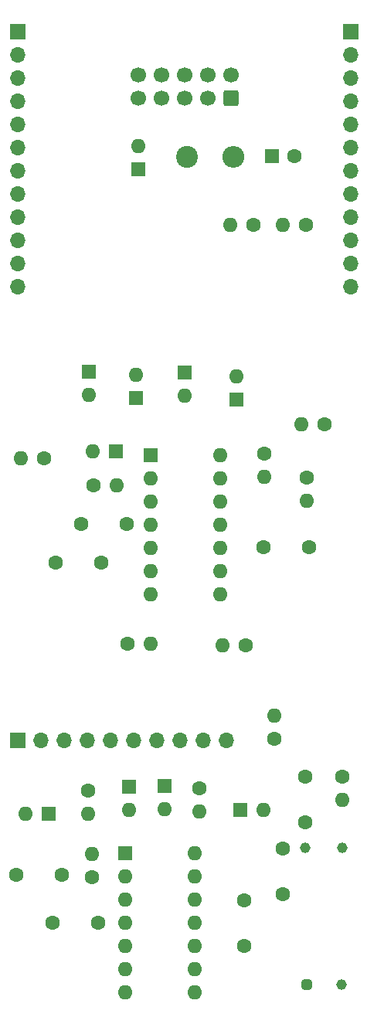
<source format=gbr>
%TF.GenerationSoftware,KiCad,Pcbnew,7.0.1-0*%
%TF.CreationDate,2023-11-10T19:29:42+13:00*%
%TF.ProjectId,Punkys-new-brew_main,50756e6b-7973-42d6-9e65-772d62726577,003*%
%TF.SameCoordinates,Original*%
%TF.FileFunction,Soldermask,Top*%
%TF.FilePolarity,Negative*%
%FSLAX46Y46*%
G04 Gerber Fmt 4.6, Leading zero omitted, Abs format (unit mm)*
G04 Created by KiCad (PCBNEW 7.0.1-0) date 2023-11-10 19:29:42*
%MOMM*%
%LPD*%
G01*
G04 APERTURE LIST*
G04 Aperture macros list*
%AMRoundRect*
0 Rectangle with rounded corners*
0 $1 Rounding radius*
0 $2 $3 $4 $5 $6 $7 $8 $9 X,Y pos of 4 corners*
0 Add a 4 corners polygon primitive as box body*
4,1,4,$2,$3,$4,$5,$6,$7,$8,$9,$2,$3,0*
0 Add four circle primitives for the rounded corners*
1,1,$1+$1,$2,$3*
1,1,$1+$1,$4,$5*
1,1,$1+$1,$6,$7*
1,1,$1+$1,$8,$9*
0 Add four rect primitives between the rounded corners*
20,1,$1+$1,$2,$3,$4,$5,0*
20,1,$1+$1,$4,$5,$6,$7,0*
20,1,$1+$1,$6,$7,$8,$9,0*
20,1,$1+$1,$8,$9,$2,$3,0*%
G04 Aperture macros list end*
%ADD10R,1.600000X1.600000*%
%ADD11O,1.600000X1.600000*%
%ADD12C,1.600000*%
%ADD13C,2.400000*%
%ADD14O,2.400000X2.400000*%
%ADD15R,1.700000X1.700000*%
%ADD16O,1.700000X1.700000*%
%ADD17RoundRect,0.287500X0.287500X-0.287500X0.287500X0.287500X-0.287500X0.287500X-0.287500X-0.287500X0*%
%ADD18C,1.150000*%
%ADD19RoundRect,0.250000X0.600000X-0.600000X0.600000X0.600000X-0.600000X0.600000X-0.600000X-0.600000X0*%
%ADD20C,1.700000*%
G04 APERTURE END LIST*
D10*
%TO.C,D4*%
X61980000Y-118400000D03*
D11*
X61980000Y-120940000D03*
%TD*%
D12*
%TO.C,R11*%
X79530000Y-78770000D03*
D11*
X76990000Y-78770000D03*
%TD*%
D12*
%TO.C,R1*%
X54010000Y-128385000D03*
D11*
X54010000Y-125845000D03*
%TD*%
D10*
%TO.C,D3*%
X58070000Y-118484315D03*
D11*
X58070000Y-121024315D03*
%TD*%
D10*
%TO.C,D1*%
X59080000Y-50875686D03*
D11*
X59080000Y-48335686D03*
%TD*%
D12*
%TO.C,C3*%
X70680000Y-130920000D03*
X70680000Y-135920000D03*
%TD*%
%TO.C,R10*%
X72880000Y-82045000D03*
D11*
X72880000Y-84585000D03*
%TD*%
D10*
%TO.C,C1*%
X73734888Y-49420000D03*
D12*
X76234888Y-49420000D03*
%TD*%
%TO.C,R15*%
X71695000Y-56930000D03*
D11*
X69155000Y-56930000D03*
%TD*%
D12*
%TO.C,R7*%
X57925000Y-102790000D03*
D11*
X60465000Y-102790000D03*
%TD*%
D10*
%TO.C,U1*%
X57660000Y-125775000D03*
D11*
X57660000Y-128315000D03*
X57660000Y-130855000D03*
X57660000Y-133395000D03*
X57660000Y-135935000D03*
X57660000Y-138475000D03*
X57660000Y-141015000D03*
X65280000Y-141015000D03*
X65280000Y-138475000D03*
X65280000Y-135935000D03*
X65280000Y-133395000D03*
X65280000Y-130855000D03*
X65280000Y-128315000D03*
X65280000Y-125775000D03*
%TD*%
D12*
%TO.C,C6*%
X55060000Y-93940000D03*
X50060000Y-93940000D03*
%TD*%
D13*
%TO.C,FB1*%
X64420000Y-49470000D03*
D14*
X69500000Y-49470000D03*
%TD*%
D10*
%TO.C,U2*%
X60510000Y-82135000D03*
D11*
X60510000Y-84675000D03*
X60510000Y-87215000D03*
X60510000Y-89755000D03*
X60510000Y-92295000D03*
X60510000Y-94835000D03*
X60510000Y-97375000D03*
X68130000Y-97375000D03*
X68130000Y-94835000D03*
X68130000Y-92295000D03*
X68130000Y-89755000D03*
X68130000Y-87215000D03*
X68130000Y-84675000D03*
X68130000Y-82135000D03*
%TD*%
D15*
%TO.C,J16*%
X82400000Y-35800000D03*
D16*
X82400000Y-38340000D03*
X82400000Y-40880000D03*
X82400000Y-43420000D03*
X82400000Y-45960000D03*
X82400000Y-48500000D03*
X82400000Y-51040000D03*
X82400000Y-53580000D03*
X82400000Y-56120000D03*
X82400000Y-58660000D03*
X82400000Y-61200000D03*
X82400000Y-63740000D03*
%TD*%
D12*
%TO.C,R3*%
X74010000Y-113265000D03*
D11*
X74010000Y-110725000D03*
%TD*%
D12*
%TO.C,R12*%
X81510000Y-117385000D03*
D11*
X81510000Y-119925000D03*
%TD*%
D12*
%TO.C,R8*%
X70905000Y-102990000D03*
D11*
X68365000Y-102990000D03*
%TD*%
D12*
%TO.C,C7*%
X72800000Y-92250000D03*
X77800000Y-92250000D03*
%TD*%
D15*
%TO.C,J13*%
X45900000Y-35800000D03*
D16*
X45900000Y-38340000D03*
X45900000Y-40880000D03*
X45900000Y-43420000D03*
X45900000Y-45960000D03*
X45900000Y-48500000D03*
X45900000Y-51040000D03*
X45900000Y-53580000D03*
X45900000Y-56120000D03*
X45900000Y-58660000D03*
X45900000Y-61200000D03*
X45900000Y-63740000D03*
%TD*%
D12*
%TO.C,R6*%
X54220000Y-85450000D03*
D11*
X56760000Y-85450000D03*
%TD*%
D10*
%TO.C,D7*%
X53740000Y-73014315D03*
D11*
X53740000Y-75554315D03*
%TD*%
D12*
%TO.C,R14*%
X77520000Y-56930000D03*
D11*
X74980000Y-56930000D03*
%TD*%
D12*
%TO.C,R9*%
X77570000Y-84625000D03*
D11*
X77570000Y-87165000D03*
%TD*%
D10*
%TO.C,D8*%
X58840000Y-75865686D03*
D11*
X58840000Y-73325686D03*
%TD*%
D12*
%TO.C,R5*%
X48820000Y-82500000D03*
D11*
X46280000Y-82500000D03*
%TD*%
D12*
%TO.C,R4*%
X65840000Y-118695000D03*
D11*
X65840000Y-121235000D03*
%TD*%
D12*
%TO.C,C5*%
X49720000Y-133420000D03*
X54720000Y-133420000D03*
%TD*%
%TO.C,C9*%
X77400000Y-122420000D03*
X77400000Y-117420000D03*
%TD*%
D10*
%TO.C,D2*%
X49275686Y-121420000D03*
D11*
X46735686Y-121420000D03*
%TD*%
D12*
%TO.C,C4*%
X57810000Y-89740000D03*
X52810000Y-89740000D03*
%TD*%
D10*
%TO.C,D5*%
X70314315Y-121060000D03*
D11*
X72854315Y-121060000D03*
%TD*%
D15*
%TO.C,J11*%
X45900000Y-113400000D03*
D16*
X48440000Y-113400000D03*
X50980000Y-113400000D03*
X53520000Y-113400000D03*
X56060000Y-113400000D03*
X58600000Y-113400000D03*
X61140000Y-113400000D03*
X63680000Y-113400000D03*
X66220000Y-113400000D03*
X68760000Y-113400000D03*
%TD*%
D10*
%TO.C,D6*%
X56655686Y-81740000D03*
D11*
X54115686Y-81740000D03*
%TD*%
D17*
%TO.C,U3*%
X77560000Y-140170000D03*
D18*
X81360000Y-140170000D03*
X77420000Y-125170000D03*
X81470000Y-125170000D03*
%TD*%
D12*
%TO.C,C8*%
X74910000Y-125260000D03*
X74910000Y-130260000D03*
%TD*%
%TO.C,R2*%
X53610000Y-118945000D03*
D11*
X53610000Y-121485000D03*
%TD*%
D10*
%TO.C,D9*%
X64200000Y-73134315D03*
D11*
X64200000Y-75674315D03*
%TD*%
D10*
%TO.C,D10*%
X69860000Y-76105686D03*
D11*
X69860000Y-73565686D03*
%TD*%
D12*
%TO.C,C2*%
X45720000Y-128170000D03*
X50720000Y-128170000D03*
%TD*%
D19*
%TO.C,J1*%
X69240000Y-43037500D03*
D20*
X69240000Y-40497500D03*
X66700000Y-43037500D03*
X66700000Y-40497500D03*
X64160000Y-43037500D03*
X64160000Y-40497500D03*
X61620000Y-43037500D03*
X61620000Y-40497500D03*
X59080000Y-43037500D03*
X59080000Y-40497500D03*
%TD*%
M02*

</source>
